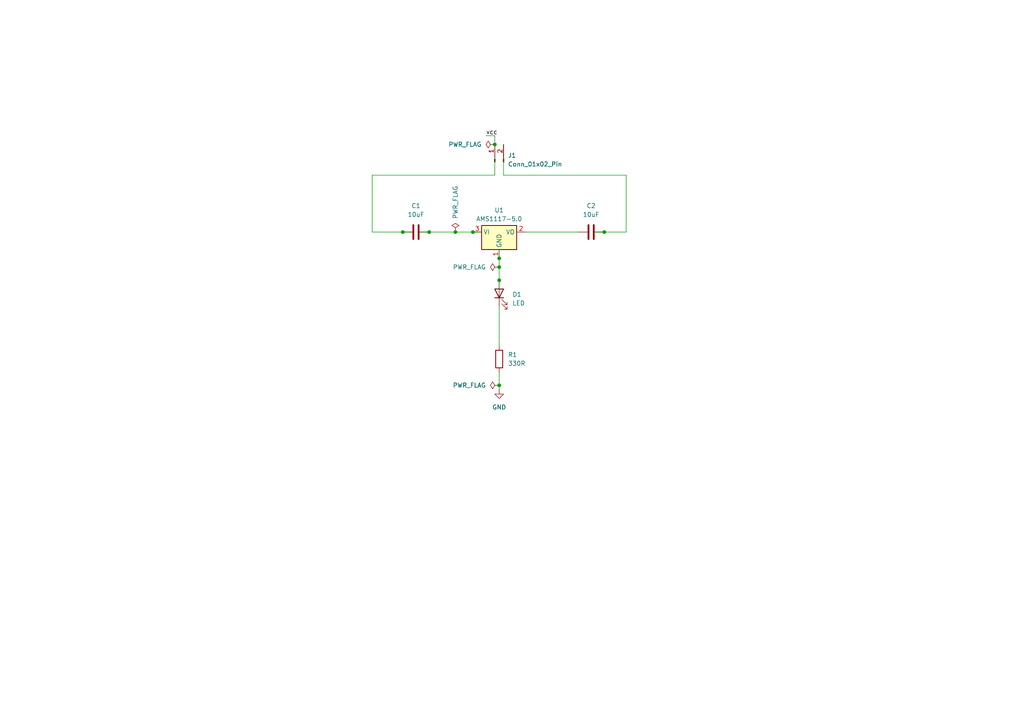
<source format=kicad_sch>
(kicad_sch (version 20231120) (generator "eeschema") (generator_version "8.0")
  (paper "A4")
  (lib_symbols
    (symbol "Connector:Conn_01x02_Pin" (pin_names (offset 1.016) hide)
      (property "Reference" "J" (at 0 2.54 0))
      (property "Value" "Conn_01x02_Pin" (at 0 -5.08 0))
      (symbol "Conn_01x02_Pin_1_1"
        (polyline (pts (xy 1.27 -2.54) (xy 0.8636 -2.54)) (stroke (width 0.1524)))
        (polyline (pts (xy 1.27 0) (xy 0.8636 0)) (stroke (width 0.1524)))
        (rectangle (start 0.8636 -2.413) (end 0 -2.667) (stroke (width 0.1524)) (fill (type outline)))
        (rectangle (start 0.8636 0.127) (end 0 -0.127) (stroke (width 0.1524)) (fill (type outline)))
        (pin passive line (at 5.08 0 180) (length 3.81) (name "Pin_1") (number "1"))
        (pin passive line (at 5.08 -2.54 180) (length 3.81) (name "Pin_2") (number "2"))
      )
    )
    (symbol "Device:C" (pin_numbers hide) (pin_names (offset 0.254))
      (property "Reference" "C" (at 0.635 2.54 0))
      (property "Value" "C" (at 0.635 -2.54 0))
      (symbol "C_0_1"
        (polyline (pts (xy -2.032 -0.762) (xy 2.032 -0.762)) (stroke (width 0.508)))
        (polyline (pts (xy -2.032 0.762) (xy 2.032 0.762)) (stroke (width 0.508)))
      )
      (symbol "C_1_1"
        (pin passive line (at 0 3.81 270) (length 2.794) (name "~") (number "1"))
        (pin passive line (at 0 -3.81 90) (length 2.794) (name "~") (number "2"))
      )
    )
    (symbol "Device:LED" (pin_numbers hide) (pin_names (offset 1.016) hide)
      (property "Reference" "D" (at 0 2.54 0))
      (property "Value" "LED" (at 0 -2.54 0))
      (symbol "LED_0_1"
        (polyline (pts (xy -1.27 -1.27) (xy -1.27 1.27)) (stroke (width 0.254)))
        (polyline (pts (xy -1.27 0) (xy 1.27 0)))
        (polyline (pts (xy 1.27 -1.27) (xy 1.27 1.27) (xy -1.27 0) (xy 1.27 -1.27)) (stroke (width 0.254)))
        (polyline (pts (xy -3.048 -0.762) (xy -4.572 -2.286) (xy -3.81 -2.286) (xy -4.572 -2.286) (xy -4.572 -1.524)))
        (polyline (pts (xy -1.778 -0.762) (xy -3.302 -2.286) (xy -2.54 -2.286) (xy -3.302 -2.286) (xy -3.302 -1.524)))
      )
      (symbol "LED_1_1"
        (pin passive line (at -3.81 0 0) (length 2.54) (name "K") (number "1"))
        (pin passive line (at 3.81 0 180) (length 2.54) (name "A") (number "2"))
      )
    )
    (symbol "Device:R" (pin_numbers hide) (pin_names (offset 0))
      (property "Reference" "R" (at 2.032 0 90))
      (property "Value" "R" (at 0 0 90))
      (symbol "R_0_1"
        (rectangle (start -1.016 -2.54) (end 1.016 2.54) (stroke (width 0.254)))
      )
      (symbol "R_1_1"
        (pin passive line (at 0 3.81 270) (length 1.27) (name "~") (number "1"))
        (pin passive line (at 0 -3.81 90) (length 1.27) (name "~") (number "2"))
      )
    )
    (symbol "Regulator_Linear:AMS1117-5.0"
      (property "Reference" "U" (at -3.81 3.175 0))
      (property "Value" "AMS1117-5.0" (at 0 3.175 0))
      (symbol "AMS1117-5.0_0_1"
        (rectangle (start -5.08 -5.08) (end 5.08 1.905) (stroke (width 0.254)) (fill (type background)))
      )
      (symbol "AMS1117-5.0_1_1"
        (pin power_in line (at 0 -7.62 90) (length 2.54) (name "GND") (number "1"))
        (pin power_out line (at 7.62 0 180) (length 2.54) (name "VO") (number "2"))
        (pin power_in line (at -7.62 0 0) (length 2.54) (name "VI") (number "3"))
      )
    )
    (symbol "power:GND" (power) (pin_numbers hide) (pin_names (offset 0) hide)
      (property "Value" "GND" (at 0 -3.81 0))
      (symbol "GND_0_1"
        (polyline (pts (xy 0 0) (xy 0 -1.27) (xy 1.27 -1.27) (xy 0 -2.54) (xy -1.27 -1.27) (xy 0 -1.27)))
      )
      (symbol "GND_1_1"
        (pin power_in line (at 0 0 270) (length 0) (name "~") (number "1"))
      )
    )
    (symbol "power:PWR_FLAG" (power) (pin_numbers hide) (pin_names (offset 0) hide)
      (property "Value" "PWR_FLAG" (at 0 3.81 0))
      (symbol "PWR_FLAG_0_0"
        (pin power_out line (at 0 0 90) (length 0) (name "~") (number "1"))
      )
      (symbol "PWR_FLAG_0_1"
        (polyline (pts (xy 0 0) (xy 0 1.27) (xy -1.016 1.905) (xy 0 2.54) (xy 1.016 1.905) (xy 0 1.27)))
      )
    )
  )
  (junction (at 144.78 77.47))
  (junction (at 144.78 111.76))
  (junction (at 175.26 67.31))
  (junction (at 124.46 67.31))
  (junction (at 116.84 67.31))
  (junction (at 144.78 74.93))
  (junction (at 144.78 81.28))
  (junction (at 143.51 41.91))
  (junction (at 132.08 67.31))
  (junction (at 137.16 67.31))
  (wire (pts (xy 144.78 111.76) (xy 144.78 113.03)))
  (wire (pts (xy 152.4 67.31) (xy 167.64 67.31)))
  (wire (pts (xy 144.78 72.39) (xy 144.78 74.93)))
  (wire (pts (xy 107.95 50.8) (xy 143.51 50.8)))
  (wire (pts (xy 119.38 67.31) (xy 116.84 67.31)))
  (wire (pts (xy 121.92 67.31) (xy 124.46 67.31)))
  (wire (pts (xy 172.72 67.31) (xy 175.26 67.31)))
  (wire (pts (xy 146.05 50.8) (xy 146.05 41.91)))
  (wire (pts (xy 144.78 77.47) (xy 144.78 81.28)))
  (wire (pts (xy 144.78 88.9) (xy 144.78 100.33)))
  (wire (pts (xy 144.78 81.28) (xy 144.78 83.82)))
  (wire (pts (xy 107.95 67.31) (xy 107.95 50.8)))
  (wire (pts (xy 144.78 74.93) (xy 144.78 77.47)))
  (wire (pts (xy 181.61 50.8) (xy 146.05 50.8)))
  (wire (pts (xy 124.46 67.31) (xy 132.08 67.31)))
  (wire (pts (xy 143.51 39.37) (xy 140.97 39.37)))
  (wire (pts (xy 137.16 67.31) (xy 139.7 67.31)))
  (wire (pts (xy 143.51 41.91) (xy 143.51 39.37)))
  (wire (pts (xy 175.26 67.31) (xy 181.61 67.31)))
  (wire (pts (xy 181.61 67.31) (xy 181.61 50.8)))
  (wire (pts (xy 143.51 50.8) (xy 143.51 41.91)))
  (wire (pts (xy 132.08 67.31) (xy 137.16 67.31)))
  (wire (pts (xy 144.78 107.95) (xy 144.78 111.76)))
  (wire (pts (xy 116.84 67.31) (xy 107.95 67.31)))
  (label "vcc" (at 140.97 39.37 0))
  (symbol (lib_id "power:GND") (at 144.78 113.03 0) (unit 1)
    (property "Reference" "#PWR01" (effects (hide yes)))
    (property "Value" "GND" (at 144.78 118.11 0))
    (property "Description" "Power symbol creates a global label with name \"GND\" , ground" (effects (hide yes)))
  )
  (symbol (lib_id "Regulator_Linear:AMS1117-5.0") (at 144.78 67.31 0) (unit 1)
    (property "Reference" "U1" (at 144.78 60.96 0))
    (property "Value" "AMS1117-5.0" (at 144.78 63.5 0))
    (property "Footprint" "Package_TO_SOT_SMD:SOT-223" (effects (hide yes)))
    (property "Datasheet" "http://www.advanced-monolithic.com/pdf/ds1117.pdf" (effects (hide yes)))
    (property "Description" "1A Low Dropout regulator, positive, 5.0V fixed output, SOT-223" (effects (hide yes)))
  )
  (symbol (lib_id "Connector:Conn_01x02_Pin") (at 143.51 46.99 90) (unit 1)
    (property "Reference" "J1" (at 147.32 45.0849 90) (effects (justify right)))
    (property "Value" "Conn_01x02_Pin" (at 147.32 47.6249 90) (effects (justify right)))
    (property "Footprint" "Connector_PinHeader_2.54mm:PinHeader_1x02_P2.54mm_Vertical" (effects (hide yes)))
    (property "Description" "Generic connector, single row, 01x02, script generated" (effects (hide yes)))
  )
  (symbol (lib_id "Device:C") (at 171.45 67.31 90) (unit 1)
    (property "Reference" "C2" (at 171.45 59.69 90))
    (property "Value" "10uF" (at 171.45 62.23 90))
    (property "Footprint" "Capacitor_SMD:C_0805_2012Metric" (effects (hide yes)))
    (property "Description" "Unpolarized capacitor" (effects (hide yes)))
  )
  (symbol (lib_id "Device:C") (at 120.65 67.31 90) (unit 1)
    (property "Reference" "C1" (at 120.65 59.69 90))
    (property "Value" "10uF" (at 120.65 62.23 90))
    (property "Footprint" "Capacitor_SMD:C_0805_2012Metric" (effects (hide yes)))
    (property "Description" "Unpolarized capacitor" (effects (hide yes)))
  )
  (symbol (lib_id "Device:R") (at 144.78 104.14 0) (unit 1)
    (property "Reference" "R1" (at 147.32 102.8699 0) (effects (justify left)))
    (property "Value" "330R" (at 147.32 105.4099 0) (effects (justify left)))
    (property "Footprint" "Resistor_SMD:R_0805_2012Metric" (effects (hide yes)))
    (property "Description" "Resistor" (effects (hide yes)))
  )
  (symbol (lib_id "power:PWR_FLAG") (at 144.78 77.47 90) (unit 1)
    (property "Reference" "#FLG03" (effects (hide yes)))
    (property "Value" "PWR_FLAG" (at 140.97 77.4699 90) (effects (justify left)))
    (property "Description" "Special symbol for telling ERC where power comes from" (effects (hide yes)))
  )
  (symbol (lib_id "power:PWR_FLAG") (at 143.51 41.91 90) (unit 1)
    (property "Reference" "#FLG01" (effects (hide yes)))
    (property "Value" "PWR_FLAG" (at 139.7 41.9099 90) (effects (justify left)))
    (property "Description" "Special symbol for telling ERC where power comes from" (effects (hide yes)))
  )
  (symbol (lib_id "power:PWR_FLAG") (at 132.08 67.31 0) (unit 1)
    (property "Reference" "#FLG04" (effects (hide yes)))
    (property "Value" "PWR_FLAG" (at 132.0801 63.5 90) (effects (justify left)))
    (property "Description" "Special symbol for telling ERC where power comes from" (effects (hide yes)))
  )
  (symbol (lib_id "Device:LED") (at 144.78 85.09 90) (unit 1)
    (property "Reference" "D1" (at 148.59 85.4074 90) (effects (justify right)))
    (property "Value" "LED" (at 148.59 87.9474 90) (effects (justify right)))
    (property "Footprint" "LED_SMD:LED_0805_2012Metric" (effects (hide yes)))
    (property "Description" "Light emitting diode" (effects (hide yes)))
  )
  (symbol (lib_id "power:PWR_FLAG") (at 144.78 111.76 90) (unit 1)
    (property "Reference" "#FLG02" (effects (hide yes)))
    (property "Value" "PWR_FLAG" (at 140.97 111.7599 90) (effects (justify left)))
    (property "Description" "Special symbol for telling ERC where power comes from" (effects (hide yes)))
  )
)
</source>
